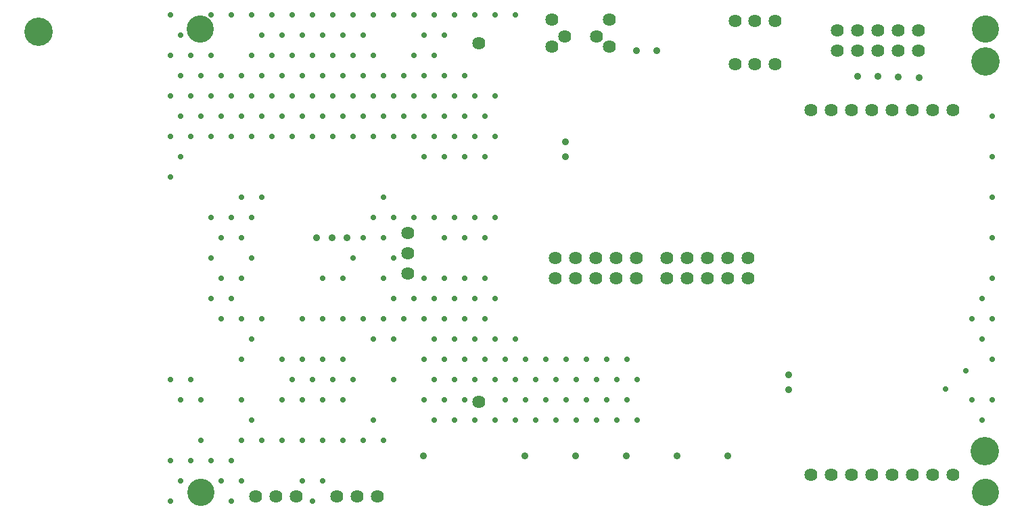
<source format=gbs>
%FSLAX25Y25*%
%MOIN*%
G70*
G01*
G75*
G04 Layer_Color=16711935*
%ADD10R,0.03500X0.03200*%
%ADD11R,0.03200X0.03000*%
%ADD12R,0.04500X0.05000*%
%ADD13R,0.05000X0.04500*%
%ADD14R,0.03200X0.03500*%
%ADD15R,0.03000X0.03200*%
%ADD16C,0.03200*%
%ADD17R,0.08200X0.11000*%
%ADD18R,0.07000X0.02500*%
%ADD19C,0.01000*%
%ADD20R,0.04000X0.02000*%
%ADD21R,0.08000X0.05500*%
%ADD22R,0.05000X0.04000*%
%ADD23R,0.04500X0.06000*%
%ADD24R,0.07000X0.05000*%
%ADD25R,0.06000X0.06000*%
%ADD26R,0.08500X0.01200*%
%ADD27R,0.08000X0.10000*%
%ADD28R,0.09000X0.03000*%
%ADD29R,0.03000X0.09000*%
%ADD30R,0.04000X0.04000*%
%ADD31R,0.13000X0.04000*%
%ADD32C,0.04000*%
%ADD33R,0.08000X0.13000*%
%ADD34R,0.04000X0.11000*%
%ADD35R,0.01600X0.07000*%
%ADD36R,0.06000X0.01000*%
%ADD37R,0.01000X0.06000*%
%ADD38C,0.02000*%
%ADD39C,0.01500*%
%ADD40C,0.00600*%
%ADD41C,0.03000*%
%ADD42C,0.02500*%
%ADD43C,0.01000*%
%ADD44C,0.01200*%
%ADD45C,0.02400*%
%ADD46C,0.03500*%
%ADD47C,0.13000*%
%ADD48R,0.05500X0.05500*%
%ADD49C,0.05500*%
%ADD50C,0.06000*%
%ADD51R,0.07000X0.07000*%
%ADD52C,0.07000*%
%ADD53O,0.03000X0.06000*%
%ADD54C,0.02400*%
%ADD55C,0.03937*%
%ADD56C,0.00500*%
%ADD57C,0.00800*%
%ADD58C,0.00200*%
%ADD59C,0.00787*%
%ADD60O,0.03937X0.03937*%
%ADD61C,0.03800*%
%ADD62R,0.03900X0.03600*%
%ADD63R,0.03600X0.03400*%
%ADD64R,0.04900X0.05400*%
%ADD65R,0.05400X0.04900*%
%ADD66R,0.03600X0.03900*%
%ADD67R,0.03400X0.03600*%
%ADD68C,0.03600*%
%ADD69R,0.08600X0.11400*%
%ADD70R,0.07400X0.02900*%
%ADD71C,0.01400*%
%ADD72R,0.04400X0.02400*%
%ADD73R,0.08400X0.05900*%
%ADD74R,0.05400X0.04400*%
%ADD75R,0.04900X0.06400*%
%ADD76R,0.07400X0.05400*%
%ADD77R,0.06400X0.06400*%
%ADD78R,0.08900X0.01600*%
%ADD79R,0.08400X0.10400*%
%ADD80R,0.09400X0.03400*%
%ADD81R,0.03400X0.09400*%
%ADD82R,0.04400X0.04400*%
%ADD83R,0.13400X0.04400*%
%ADD84C,0.12000*%
%ADD85R,0.08400X0.13400*%
%ADD86R,0.04400X0.11400*%
%ADD87R,0.02000X0.07400*%
%ADD88R,0.06400X0.01400*%
%ADD89R,0.01400X0.06400*%
%ADD90C,0.13400*%
%ADD91R,0.05900X0.05900*%
%ADD92C,0.05900*%
%ADD93C,0.06400*%
%ADD94R,0.07400X0.07400*%
%ADD95C,0.07400*%
%ADD96O,0.03400X0.06400*%
%ADD97C,0.02800*%
%ADD98C,0.11937*%
%ADD99C,0.14000*%
D68*
X799500Y262500D02*
D03*
X774500D02*
D03*
X824500D02*
D03*
X849500D02*
D03*
X874500D02*
D03*
X724500D02*
D03*
X687000Y370000D02*
D03*
X794500Y417500D02*
D03*
Y410000D02*
D03*
X839500Y462500D02*
D03*
X904500Y302500D02*
D03*
Y295000D02*
D03*
X969000Y449000D02*
D03*
X958400Y449300D02*
D03*
X948500Y449784D02*
D03*
X938500D02*
D03*
X829500Y462500D02*
D03*
X672000Y370000D02*
D03*
X679500D02*
D03*
D90*
X615000Y244500D02*
D03*
X614500Y473000D02*
D03*
X1001500D02*
D03*
Y244500D02*
D03*
D93*
X897843Y477130D02*
D03*
Y455870D02*
D03*
X888000Y477130D02*
D03*
Y455870D02*
D03*
X878158Y477130D02*
D03*
Y455870D02*
D03*
X985500Y433000D02*
D03*
X975500D02*
D03*
X965500D02*
D03*
X955500D02*
D03*
X945500D02*
D03*
X935500D02*
D03*
X925500D02*
D03*
X915500D02*
D03*
X985500Y253000D02*
D03*
X975500D02*
D03*
X965500D02*
D03*
X955500D02*
D03*
X945500D02*
D03*
X935500D02*
D03*
X925500D02*
D03*
X915500D02*
D03*
X662000Y242500D02*
D03*
X652000D02*
D03*
X642000D02*
D03*
X702000D02*
D03*
X692000D02*
D03*
X682000D02*
D03*
X717000Y372500D02*
D03*
Y362500D02*
D03*
Y352500D02*
D03*
X968500Y472500D02*
D03*
Y462500D02*
D03*
X958500Y472500D02*
D03*
Y462500D02*
D03*
X948500Y472500D02*
D03*
Y462500D02*
D03*
X938500Y472500D02*
D03*
Y462500D02*
D03*
X928500Y472500D02*
D03*
Y462500D02*
D03*
X829500Y360000D02*
D03*
Y350000D02*
D03*
X819500Y360000D02*
D03*
Y350000D02*
D03*
X809500Y360000D02*
D03*
Y350000D02*
D03*
X799500Y360000D02*
D03*
Y350000D02*
D03*
X789500Y360000D02*
D03*
Y350000D02*
D03*
X884500Y360000D02*
D03*
Y350000D02*
D03*
X874500Y360000D02*
D03*
Y350000D02*
D03*
X864500Y360000D02*
D03*
Y350000D02*
D03*
X854500Y360000D02*
D03*
Y350000D02*
D03*
X844500Y360000D02*
D03*
Y350000D02*
D03*
X752000Y466083D02*
D03*
Y288917D02*
D03*
X816075Y477870D02*
D03*
Y464287D02*
D03*
X809874Y469484D02*
D03*
X794126D02*
D03*
X787925Y477870D02*
D03*
Y464287D02*
D03*
D97*
X995000Y290000D02*
D03*
Y330000D02*
D03*
X1000000Y280000D02*
D03*
X1005000Y290000D02*
D03*
Y310000D02*
D03*
X1000000Y320000D02*
D03*
X1005000Y330000D02*
D03*
X1000000Y340000D02*
D03*
X1005000Y350000D02*
D03*
Y370000D02*
D03*
Y390000D02*
D03*
Y410000D02*
D03*
Y430000D02*
D03*
X991800Y304500D02*
D03*
X981800Y295500D02*
D03*
X600000Y240000D02*
D03*
X605000Y250000D02*
D03*
X600000Y260000D02*
D03*
X605000Y290000D02*
D03*
X600000Y300000D02*
D03*
Y400000D02*
D03*
X605000Y410000D02*
D03*
X600000Y420000D02*
D03*
X605000Y430000D02*
D03*
X600000Y440000D02*
D03*
X605000Y450000D02*
D03*
X600000Y460000D02*
D03*
X605000Y470000D02*
D03*
X600000Y480000D02*
D03*
X610000Y260000D02*
D03*
X615000Y270000D02*
D03*
Y290000D02*
D03*
X610000Y300000D02*
D03*
Y420000D02*
D03*
X615000Y430000D02*
D03*
X610000Y440000D02*
D03*
X615000Y450000D02*
D03*
X610000Y460000D02*
D03*
X625000Y250000D02*
D03*
X620000Y260000D02*
D03*
X625000Y330000D02*
D03*
X620000Y340000D02*
D03*
X625000Y350000D02*
D03*
X620000Y360000D02*
D03*
X625000Y370000D02*
D03*
X620000Y380000D02*
D03*
Y420000D02*
D03*
X625000Y430000D02*
D03*
X620000Y440000D02*
D03*
X625000Y450000D02*
D03*
X620000Y460000D02*
D03*
Y480000D02*
D03*
X630000Y240000D02*
D03*
X635000Y250000D02*
D03*
X630000Y260000D02*
D03*
X635000Y270000D02*
D03*
Y290000D02*
D03*
Y310000D02*
D03*
Y330000D02*
D03*
X630000Y340000D02*
D03*
X635000Y350000D02*
D03*
Y370000D02*
D03*
X630000Y380000D02*
D03*
X635000Y390000D02*
D03*
X630000Y420000D02*
D03*
X635000Y430000D02*
D03*
X630000Y440000D02*
D03*
X635000Y450000D02*
D03*
X630000Y480000D02*
D03*
X645000Y270000D02*
D03*
X640000Y280000D02*
D03*
Y320000D02*
D03*
X645000Y330000D02*
D03*
X640000Y360000D02*
D03*
Y380000D02*
D03*
X645000Y390000D02*
D03*
X640000Y420000D02*
D03*
X645000Y430000D02*
D03*
X640000Y440000D02*
D03*
X645000Y450000D02*
D03*
X640000Y460000D02*
D03*
X645000Y470000D02*
D03*
X640000Y480000D02*
D03*
X655000Y270000D02*
D03*
Y290000D02*
D03*
Y310000D02*
D03*
X650000Y420000D02*
D03*
X655000Y430000D02*
D03*
X650000Y440000D02*
D03*
X655000Y450000D02*
D03*
X650000Y460000D02*
D03*
X655000Y470000D02*
D03*
X650000Y480000D02*
D03*
X665000Y250000D02*
D03*
Y270000D02*
D03*
Y290000D02*
D03*
X660000Y300000D02*
D03*
X665000Y310000D02*
D03*
Y330000D02*
D03*
X660000Y420000D02*
D03*
X665000Y430000D02*
D03*
X660000Y440000D02*
D03*
X665000Y450000D02*
D03*
X660000Y460000D02*
D03*
X665000Y470000D02*
D03*
X660000Y480000D02*
D03*
X670000Y240000D02*
D03*
X675000Y250000D02*
D03*
Y270000D02*
D03*
Y290000D02*
D03*
X670000Y300000D02*
D03*
X675000Y310000D02*
D03*
Y330000D02*
D03*
Y350000D02*
D03*
X670000Y420000D02*
D03*
X675000Y430000D02*
D03*
X670000Y440000D02*
D03*
X675000Y450000D02*
D03*
X670000Y460000D02*
D03*
X675000Y470000D02*
D03*
X670000Y480000D02*
D03*
X685000Y270000D02*
D03*
Y290000D02*
D03*
X680000Y300000D02*
D03*
X685000Y310000D02*
D03*
Y330000D02*
D03*
Y350000D02*
D03*
X680000Y420000D02*
D03*
X685000Y430000D02*
D03*
X680000Y440000D02*
D03*
X685000Y450000D02*
D03*
X680000Y460000D02*
D03*
X685000Y470000D02*
D03*
X680000Y480000D02*
D03*
X695000Y270000D02*
D03*
X690000Y300000D02*
D03*
X695000Y330000D02*
D03*
X690000Y360000D02*
D03*
X695000Y370000D02*
D03*
X690000Y420000D02*
D03*
X695000Y430000D02*
D03*
X690000Y440000D02*
D03*
X695000Y450000D02*
D03*
X690000Y460000D02*
D03*
X695000Y470000D02*
D03*
X690000Y480000D02*
D03*
X705000Y270000D02*
D03*
X700000Y280000D02*
D03*
Y320000D02*
D03*
X705000Y330000D02*
D03*
Y350000D02*
D03*
Y370000D02*
D03*
X700000Y380000D02*
D03*
X705000Y390000D02*
D03*
X700000Y420000D02*
D03*
X705000Y430000D02*
D03*
X700000Y440000D02*
D03*
X705000Y450000D02*
D03*
X700000Y460000D02*
D03*
Y480000D02*
D03*
X710000Y300000D02*
D03*
Y320000D02*
D03*
X715000Y330000D02*
D03*
X710000Y340000D02*
D03*
Y360000D02*
D03*
Y380000D02*
D03*
Y420000D02*
D03*
X715000Y430000D02*
D03*
X710000Y440000D02*
D03*
X715000Y450000D02*
D03*
X710000Y480000D02*
D03*
X725000Y290000D02*
D03*
Y310000D02*
D03*
Y330000D02*
D03*
X720000Y340000D02*
D03*
X725000Y350000D02*
D03*
X720000Y380000D02*
D03*
X725000Y410000D02*
D03*
X720000Y420000D02*
D03*
X725000Y430000D02*
D03*
X720000Y440000D02*
D03*
X725000Y450000D02*
D03*
X720000Y460000D02*
D03*
X725000Y470000D02*
D03*
X720000Y480000D02*
D03*
X730000Y280000D02*
D03*
X735000Y290000D02*
D03*
X730000Y300000D02*
D03*
X735000Y310000D02*
D03*
X730000Y320000D02*
D03*
X735000Y330000D02*
D03*
X730000Y340000D02*
D03*
X735000Y350000D02*
D03*
Y370000D02*
D03*
X730000Y380000D02*
D03*
X735000Y410000D02*
D03*
X730000Y420000D02*
D03*
X735000Y430000D02*
D03*
X730000Y440000D02*
D03*
X735000Y450000D02*
D03*
X730000Y460000D02*
D03*
X735000Y470000D02*
D03*
X730000Y480000D02*
D03*
X740000Y280000D02*
D03*
X745000Y290000D02*
D03*
X740000Y300000D02*
D03*
X745000Y310000D02*
D03*
X740000Y320000D02*
D03*
X745000Y330000D02*
D03*
X740000Y340000D02*
D03*
X745000Y350000D02*
D03*
Y370000D02*
D03*
X740000Y380000D02*
D03*
X745000Y410000D02*
D03*
X740000Y420000D02*
D03*
X745000Y430000D02*
D03*
X740000Y440000D02*
D03*
X745000Y450000D02*
D03*
X740000Y480000D02*
D03*
X750000Y280000D02*
D03*
Y300000D02*
D03*
X755000Y310000D02*
D03*
X750000Y320000D02*
D03*
X755000Y330000D02*
D03*
X750000Y340000D02*
D03*
X755000Y350000D02*
D03*
Y370000D02*
D03*
X750000Y380000D02*
D03*
X755000Y410000D02*
D03*
X750000Y420000D02*
D03*
X755000Y430000D02*
D03*
X750000Y440000D02*
D03*
Y480000D02*
D03*
X760000Y280000D02*
D03*
X765000Y290000D02*
D03*
X760000Y300000D02*
D03*
X765000Y310000D02*
D03*
X760000Y320000D02*
D03*
Y340000D02*
D03*
Y380000D02*
D03*
Y420000D02*
D03*
Y440000D02*
D03*
Y480000D02*
D03*
X770000Y280000D02*
D03*
X775000Y290000D02*
D03*
X770000Y300000D02*
D03*
X775000Y310000D02*
D03*
X770000Y320000D02*
D03*
Y480000D02*
D03*
X780000Y280000D02*
D03*
X785000Y290000D02*
D03*
X780000Y300000D02*
D03*
X785000Y310000D02*
D03*
X790000Y280000D02*
D03*
X795000Y290000D02*
D03*
X790000Y300000D02*
D03*
X795000Y310000D02*
D03*
X800000Y280000D02*
D03*
X805000Y290000D02*
D03*
X800000Y300000D02*
D03*
X805000Y310000D02*
D03*
X810000Y280000D02*
D03*
X815000Y290000D02*
D03*
X810000Y300000D02*
D03*
X815000Y310000D02*
D03*
X820000Y280000D02*
D03*
X825000Y290000D02*
D03*
X820000Y300000D02*
D03*
X825000Y310000D02*
D03*
X830000Y280000D02*
D03*
Y300000D02*
D03*
D99*
X1001200Y264700D02*
D03*
X1001600Y457100D02*
D03*
X534900Y471800D02*
D03*
M02*

</source>
